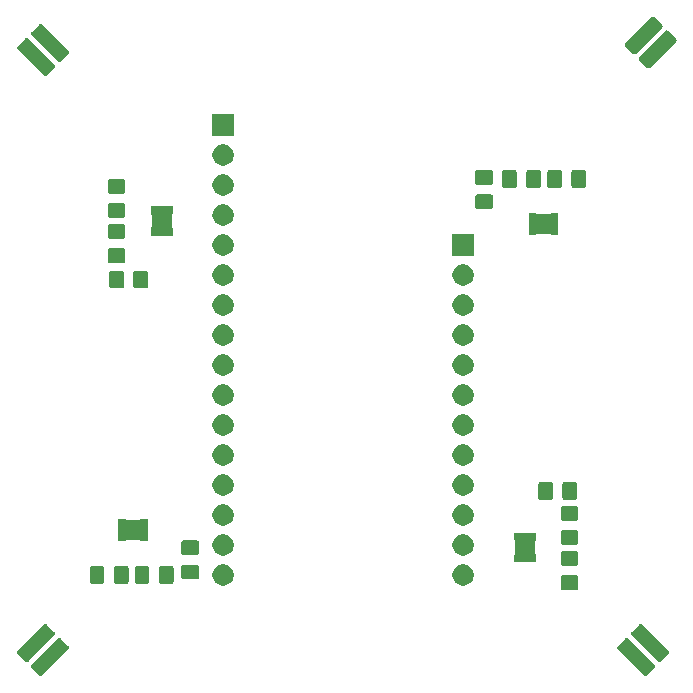
<source format=gbr>
G04 #@! TF.GenerationSoftware,KiCad,Pcbnew,(5.1.5)-3*
G04 #@! TF.CreationDate,2019-12-26T08:27:47-08:00*
G04 #@! TF.ProjectId,featherwing_copter,66656174-6865-4727-9769-6e675f636f70,rev?*
G04 #@! TF.SameCoordinates,Original*
G04 #@! TF.FileFunction,Soldermask,Bot*
G04 #@! TF.FilePolarity,Negative*
%FSLAX46Y46*%
G04 Gerber Fmt 4.6, Leading zero omitted, Abs format (unit mm)*
G04 Created by KiCad (PCBNEW (5.1.5)-3) date 2019-12-26 08:27:47*
%MOMM*%
%LPD*%
G04 APERTURE LIST*
%ADD10C,0.100000*%
G04 APERTURE END LIST*
D10*
G36*
X128417735Y-100589803D02*
G01*
X128455124Y-100601145D01*
X128489578Y-100619560D01*
X128524541Y-100648254D01*
X129136150Y-101259863D01*
X129164844Y-101294826D01*
X129183259Y-101329280D01*
X129194601Y-101366669D01*
X129198430Y-101405546D01*
X129194601Y-101444423D01*
X129183259Y-101481812D01*
X129164844Y-101516266D01*
X129136150Y-101551229D01*
X126951229Y-103736150D01*
X126916266Y-103764844D01*
X126881812Y-103783259D01*
X126844423Y-103794601D01*
X126805546Y-103798430D01*
X126766669Y-103794601D01*
X126729280Y-103783259D01*
X126694826Y-103764844D01*
X126659863Y-103736150D01*
X126048254Y-103124541D01*
X126019560Y-103089578D01*
X126001145Y-103055124D01*
X125989803Y-103017735D01*
X125985974Y-102978858D01*
X125989803Y-102939981D01*
X126001145Y-102902592D01*
X126019560Y-102868138D01*
X126048254Y-102833175D01*
X128233175Y-100648254D01*
X128268138Y-100619560D01*
X128302592Y-100601145D01*
X128339981Y-100589803D01*
X128378858Y-100585974D01*
X128417735Y-100589803D01*
G37*
G36*
X176460019Y-100589803D02*
G01*
X176497408Y-100601145D01*
X176531862Y-100619560D01*
X176566825Y-100648254D01*
X178751746Y-102833175D01*
X178780440Y-102868138D01*
X178798855Y-102902592D01*
X178810197Y-102939981D01*
X178814026Y-102978858D01*
X178810197Y-103017735D01*
X178798855Y-103055124D01*
X178780440Y-103089578D01*
X178751746Y-103124541D01*
X178140137Y-103736150D01*
X178105174Y-103764844D01*
X178070720Y-103783259D01*
X178033331Y-103794601D01*
X177994454Y-103798430D01*
X177955577Y-103794601D01*
X177918188Y-103783259D01*
X177883734Y-103764844D01*
X177848771Y-103736150D01*
X175663850Y-101551229D01*
X175635156Y-101516266D01*
X175616741Y-101481812D01*
X175605399Y-101444423D01*
X175601570Y-101405546D01*
X175605399Y-101366669D01*
X175616741Y-101329280D01*
X175635156Y-101294826D01*
X175663850Y-101259863D01*
X176275459Y-100648254D01*
X176310422Y-100619560D01*
X176344876Y-100601145D01*
X176382265Y-100589803D01*
X176421142Y-100585974D01*
X176460019Y-100589803D01*
G37*
G36*
X127233331Y-99405399D02*
G01*
X127270720Y-99416741D01*
X127305174Y-99435156D01*
X127340137Y-99463850D01*
X127951746Y-100075459D01*
X127980440Y-100110422D01*
X127998855Y-100144876D01*
X128010197Y-100182265D01*
X128014026Y-100221142D01*
X128010197Y-100260019D01*
X127998855Y-100297408D01*
X127980440Y-100331862D01*
X127951746Y-100366825D01*
X125766825Y-102551746D01*
X125731862Y-102580440D01*
X125697408Y-102598855D01*
X125660019Y-102610197D01*
X125621142Y-102614026D01*
X125582265Y-102610197D01*
X125544876Y-102598855D01*
X125510422Y-102580440D01*
X125475459Y-102551746D01*
X124863850Y-101940137D01*
X124835156Y-101905174D01*
X124816741Y-101870720D01*
X124805399Y-101833331D01*
X124801570Y-101794454D01*
X124805399Y-101755577D01*
X124816741Y-101718188D01*
X124835156Y-101683734D01*
X124863850Y-101648771D01*
X127048771Y-99463850D01*
X127083734Y-99435156D01*
X127118188Y-99416741D01*
X127155577Y-99405399D01*
X127194454Y-99401570D01*
X127233331Y-99405399D01*
G37*
G36*
X177644423Y-99405399D02*
G01*
X177681812Y-99416741D01*
X177716266Y-99435156D01*
X177751229Y-99463850D01*
X179936150Y-101648771D01*
X179964844Y-101683734D01*
X179983259Y-101718188D01*
X179994601Y-101755577D01*
X179998430Y-101794454D01*
X179994601Y-101833331D01*
X179983259Y-101870720D01*
X179964844Y-101905174D01*
X179936150Y-101940137D01*
X179324541Y-102551746D01*
X179289578Y-102580440D01*
X179255124Y-102598855D01*
X179217735Y-102610197D01*
X179178858Y-102614026D01*
X179139981Y-102610197D01*
X179102592Y-102598855D01*
X179068138Y-102580440D01*
X179033175Y-102551746D01*
X176848254Y-100366825D01*
X176819560Y-100331862D01*
X176801145Y-100297408D01*
X176789803Y-100260019D01*
X176785974Y-100221142D01*
X176789803Y-100182265D01*
X176801145Y-100144876D01*
X176819560Y-100110422D01*
X176848254Y-100075459D01*
X177459863Y-99463850D01*
X177494826Y-99435156D01*
X177529280Y-99416741D01*
X177566669Y-99405399D01*
X177605546Y-99401570D01*
X177644423Y-99405399D01*
G37*
G36*
X172165674Y-95281465D02*
G01*
X172203367Y-95292899D01*
X172238103Y-95311466D01*
X172268548Y-95336452D01*
X172293534Y-95366897D01*
X172312101Y-95401633D01*
X172323535Y-95439326D01*
X172328000Y-95484661D01*
X172328000Y-96321339D01*
X172323535Y-96366674D01*
X172312101Y-96404367D01*
X172293534Y-96439103D01*
X172268548Y-96469548D01*
X172238103Y-96494534D01*
X172203367Y-96513101D01*
X172165674Y-96524535D01*
X172120339Y-96529000D01*
X171033661Y-96529000D01*
X170988326Y-96524535D01*
X170950633Y-96513101D01*
X170915897Y-96494534D01*
X170885452Y-96469548D01*
X170860466Y-96439103D01*
X170841899Y-96404367D01*
X170830465Y-96366674D01*
X170826000Y-96321339D01*
X170826000Y-95484661D01*
X170830465Y-95439326D01*
X170841899Y-95401633D01*
X170860466Y-95366897D01*
X170885452Y-95336452D01*
X170915897Y-95311466D01*
X170950633Y-95292899D01*
X170988326Y-95281465D01*
X171033661Y-95277000D01*
X172120339Y-95277000D01*
X172165674Y-95281465D01*
G37*
G36*
X162673512Y-94353927D02*
G01*
X162822812Y-94383624D01*
X162986784Y-94451544D01*
X163134354Y-94550147D01*
X163259853Y-94675646D01*
X163358456Y-94823216D01*
X163426376Y-94987188D01*
X163461000Y-95161259D01*
X163461000Y-95338741D01*
X163426376Y-95512812D01*
X163358456Y-95676784D01*
X163259853Y-95824354D01*
X163134354Y-95949853D01*
X162986784Y-96048456D01*
X162822812Y-96116376D01*
X162673512Y-96146073D01*
X162648742Y-96151000D01*
X162471258Y-96151000D01*
X162446488Y-96146073D01*
X162297188Y-96116376D01*
X162133216Y-96048456D01*
X161985646Y-95949853D01*
X161860147Y-95824354D01*
X161761544Y-95676784D01*
X161693624Y-95512812D01*
X161659000Y-95338741D01*
X161659000Y-95161259D01*
X161693624Y-94987188D01*
X161761544Y-94823216D01*
X161860147Y-94675646D01*
X161985646Y-94550147D01*
X162133216Y-94451544D01*
X162297188Y-94383624D01*
X162446488Y-94353927D01*
X162471258Y-94349000D01*
X162648742Y-94349000D01*
X162673512Y-94353927D01*
G37*
G36*
X142353512Y-94353927D02*
G01*
X142502812Y-94383624D01*
X142666784Y-94451544D01*
X142814354Y-94550147D01*
X142939853Y-94675646D01*
X143038456Y-94823216D01*
X143106376Y-94987188D01*
X143141000Y-95161259D01*
X143141000Y-95338741D01*
X143106376Y-95512812D01*
X143038456Y-95676784D01*
X142939853Y-95824354D01*
X142814354Y-95949853D01*
X142666784Y-96048456D01*
X142502812Y-96116376D01*
X142353512Y-96146073D01*
X142328742Y-96151000D01*
X142151258Y-96151000D01*
X142126488Y-96146073D01*
X141977188Y-96116376D01*
X141813216Y-96048456D01*
X141665646Y-95949853D01*
X141540147Y-95824354D01*
X141441544Y-95676784D01*
X141373624Y-95512812D01*
X141339000Y-95338741D01*
X141339000Y-95161259D01*
X141373624Y-94987188D01*
X141441544Y-94823216D01*
X141540147Y-94675646D01*
X141665646Y-94550147D01*
X141813216Y-94451544D01*
X141977188Y-94383624D01*
X142126488Y-94353927D01*
X142151258Y-94349000D01*
X142328742Y-94349000D01*
X142353512Y-94353927D01*
G37*
G36*
X137895674Y-94503465D02*
G01*
X137933367Y-94514899D01*
X137968103Y-94533466D01*
X137998548Y-94558452D01*
X138023534Y-94588897D01*
X138042101Y-94623633D01*
X138053535Y-94661326D01*
X138058000Y-94706661D01*
X138058000Y-95793339D01*
X138053535Y-95838674D01*
X138042101Y-95876367D01*
X138023534Y-95911103D01*
X137998548Y-95941548D01*
X137968103Y-95966534D01*
X137933367Y-95985101D01*
X137895674Y-95996535D01*
X137850339Y-96001000D01*
X137013661Y-96001000D01*
X136968326Y-95996535D01*
X136930633Y-95985101D01*
X136895897Y-95966534D01*
X136865452Y-95941548D01*
X136840466Y-95911103D01*
X136821899Y-95876367D01*
X136810465Y-95838674D01*
X136806000Y-95793339D01*
X136806000Y-94706661D01*
X136810465Y-94661326D01*
X136821899Y-94623633D01*
X136840466Y-94588897D01*
X136865452Y-94558452D01*
X136895897Y-94533466D01*
X136930633Y-94514899D01*
X136968326Y-94503465D01*
X137013661Y-94499000D01*
X137850339Y-94499000D01*
X137895674Y-94503465D01*
G37*
G36*
X135845674Y-94503465D02*
G01*
X135883367Y-94514899D01*
X135918103Y-94533466D01*
X135948548Y-94558452D01*
X135973534Y-94588897D01*
X135992101Y-94623633D01*
X136003535Y-94661326D01*
X136008000Y-94706661D01*
X136008000Y-95793339D01*
X136003535Y-95838674D01*
X135992101Y-95876367D01*
X135973534Y-95911103D01*
X135948548Y-95941548D01*
X135918103Y-95966534D01*
X135883367Y-95985101D01*
X135845674Y-95996535D01*
X135800339Y-96001000D01*
X134963661Y-96001000D01*
X134918326Y-95996535D01*
X134880633Y-95985101D01*
X134845897Y-95966534D01*
X134815452Y-95941548D01*
X134790466Y-95911103D01*
X134771899Y-95876367D01*
X134760465Y-95838674D01*
X134756000Y-95793339D01*
X134756000Y-94706661D01*
X134760465Y-94661326D01*
X134771899Y-94623633D01*
X134790466Y-94588897D01*
X134815452Y-94558452D01*
X134845897Y-94533466D01*
X134880633Y-94514899D01*
X134918326Y-94503465D01*
X134963661Y-94499000D01*
X135800339Y-94499000D01*
X135845674Y-94503465D01*
G37*
G36*
X134076674Y-94503465D02*
G01*
X134114367Y-94514899D01*
X134149103Y-94533466D01*
X134179548Y-94558452D01*
X134204534Y-94588897D01*
X134223101Y-94623633D01*
X134234535Y-94661326D01*
X134239000Y-94706661D01*
X134239000Y-95793339D01*
X134234535Y-95838674D01*
X134223101Y-95876367D01*
X134204534Y-95911103D01*
X134179548Y-95941548D01*
X134149103Y-95966534D01*
X134114367Y-95985101D01*
X134076674Y-95996535D01*
X134031339Y-96001000D01*
X133194661Y-96001000D01*
X133149326Y-95996535D01*
X133111633Y-95985101D01*
X133076897Y-95966534D01*
X133046452Y-95941548D01*
X133021466Y-95911103D01*
X133002899Y-95876367D01*
X132991465Y-95838674D01*
X132987000Y-95793339D01*
X132987000Y-94706661D01*
X132991465Y-94661326D01*
X133002899Y-94623633D01*
X133021466Y-94588897D01*
X133046452Y-94558452D01*
X133076897Y-94533466D01*
X133111633Y-94514899D01*
X133149326Y-94503465D01*
X133194661Y-94499000D01*
X134031339Y-94499000D01*
X134076674Y-94503465D01*
G37*
G36*
X132026674Y-94503465D02*
G01*
X132064367Y-94514899D01*
X132099103Y-94533466D01*
X132129548Y-94558452D01*
X132154534Y-94588897D01*
X132173101Y-94623633D01*
X132184535Y-94661326D01*
X132189000Y-94706661D01*
X132189000Y-95793339D01*
X132184535Y-95838674D01*
X132173101Y-95876367D01*
X132154534Y-95911103D01*
X132129548Y-95941548D01*
X132099103Y-95966534D01*
X132064367Y-95985101D01*
X132026674Y-95996535D01*
X131981339Y-96001000D01*
X131144661Y-96001000D01*
X131099326Y-95996535D01*
X131061633Y-95985101D01*
X131026897Y-95966534D01*
X130996452Y-95941548D01*
X130971466Y-95911103D01*
X130952899Y-95876367D01*
X130941465Y-95838674D01*
X130937000Y-95793339D01*
X130937000Y-94706661D01*
X130941465Y-94661326D01*
X130952899Y-94623633D01*
X130971466Y-94588897D01*
X130996452Y-94558452D01*
X131026897Y-94533466D01*
X131061633Y-94514899D01*
X131099326Y-94503465D01*
X131144661Y-94499000D01*
X131981339Y-94499000D01*
X132026674Y-94503465D01*
G37*
G36*
X140034674Y-94374465D02*
G01*
X140072367Y-94385899D01*
X140107103Y-94404466D01*
X140137548Y-94429452D01*
X140162534Y-94459897D01*
X140181101Y-94494633D01*
X140192535Y-94532326D01*
X140197000Y-94577661D01*
X140197000Y-95414339D01*
X140192535Y-95459674D01*
X140181101Y-95497367D01*
X140162534Y-95532103D01*
X140137548Y-95562548D01*
X140107103Y-95587534D01*
X140072367Y-95606101D01*
X140034674Y-95617535D01*
X139989339Y-95622000D01*
X138902661Y-95622000D01*
X138857326Y-95617535D01*
X138819633Y-95606101D01*
X138784897Y-95587534D01*
X138754452Y-95562548D01*
X138729466Y-95532103D01*
X138710899Y-95497367D01*
X138699465Y-95459674D01*
X138695000Y-95414339D01*
X138695000Y-94577661D01*
X138699465Y-94532326D01*
X138710899Y-94494633D01*
X138729466Y-94459897D01*
X138754452Y-94429452D01*
X138784897Y-94404466D01*
X138819633Y-94385899D01*
X138857326Y-94374465D01*
X138902661Y-94370000D01*
X139989339Y-94370000D01*
X140034674Y-94374465D01*
G37*
G36*
X172165674Y-93231465D02*
G01*
X172203367Y-93242899D01*
X172238103Y-93261466D01*
X172268548Y-93286452D01*
X172293534Y-93316897D01*
X172312101Y-93351633D01*
X172323535Y-93389326D01*
X172328000Y-93434661D01*
X172328000Y-94271339D01*
X172323535Y-94316674D01*
X172312101Y-94354367D01*
X172293534Y-94389103D01*
X172268548Y-94419548D01*
X172238103Y-94444534D01*
X172203367Y-94463101D01*
X172165674Y-94474535D01*
X172120339Y-94479000D01*
X171033661Y-94479000D01*
X170988326Y-94474535D01*
X170950633Y-94463101D01*
X170915897Y-94444534D01*
X170885452Y-94419548D01*
X170860466Y-94389103D01*
X170841899Y-94354367D01*
X170830465Y-94316674D01*
X170826000Y-94271339D01*
X170826000Y-93434661D01*
X170830465Y-93389326D01*
X170841899Y-93351633D01*
X170860466Y-93316897D01*
X170885452Y-93286452D01*
X170915897Y-93261466D01*
X170950633Y-93242899D01*
X170988326Y-93231465D01*
X171033661Y-93227000D01*
X172120339Y-93227000D01*
X172165674Y-93231465D01*
G37*
G36*
X168761000Y-92286672D02*
G01*
X168741553Y-92297066D01*
X168722611Y-92312611D01*
X168707066Y-92331553D01*
X168695515Y-92353164D01*
X168688402Y-92376613D01*
X168686000Y-92400999D01*
X168686000Y-93449001D01*
X168688402Y-93473387D01*
X168695515Y-93496836D01*
X168707066Y-93518447D01*
X168722611Y-93537389D01*
X168741553Y-93552934D01*
X168761000Y-93563328D01*
X168761000Y-94176000D01*
X166909000Y-94176000D01*
X166909000Y-93563328D01*
X166928447Y-93552934D01*
X166947389Y-93537389D01*
X166962934Y-93518447D01*
X166974485Y-93496836D01*
X166981598Y-93473387D01*
X166984000Y-93449001D01*
X166984000Y-92400999D01*
X166981598Y-92376613D01*
X166974485Y-92353164D01*
X166962934Y-92331553D01*
X166947389Y-92312611D01*
X166928447Y-92297066D01*
X166909000Y-92286672D01*
X166909000Y-91674000D01*
X168761000Y-91674000D01*
X168761000Y-92286672D01*
G37*
G36*
X162673512Y-91813927D02*
G01*
X162822812Y-91843624D01*
X162986784Y-91911544D01*
X163134354Y-92010147D01*
X163259853Y-92135646D01*
X163358456Y-92283216D01*
X163426376Y-92447188D01*
X163461000Y-92621259D01*
X163461000Y-92798741D01*
X163426376Y-92972812D01*
X163358456Y-93136784D01*
X163259853Y-93284354D01*
X163134354Y-93409853D01*
X162986784Y-93508456D01*
X162822812Y-93576376D01*
X162673512Y-93606073D01*
X162648742Y-93611000D01*
X162471258Y-93611000D01*
X162446488Y-93606073D01*
X162297188Y-93576376D01*
X162133216Y-93508456D01*
X161985646Y-93409853D01*
X161860147Y-93284354D01*
X161761544Y-93136784D01*
X161693624Y-92972812D01*
X161659000Y-92798741D01*
X161659000Y-92621259D01*
X161693624Y-92447188D01*
X161761544Y-92283216D01*
X161860147Y-92135646D01*
X161985646Y-92010147D01*
X162133216Y-91911544D01*
X162297188Y-91843624D01*
X162446488Y-91813927D01*
X162471258Y-91809000D01*
X162648742Y-91809000D01*
X162673512Y-91813927D01*
G37*
G36*
X142353512Y-91813927D02*
G01*
X142502812Y-91843624D01*
X142666784Y-91911544D01*
X142814354Y-92010147D01*
X142939853Y-92135646D01*
X143038456Y-92283216D01*
X143106376Y-92447188D01*
X143141000Y-92621259D01*
X143141000Y-92798741D01*
X143106376Y-92972812D01*
X143038456Y-93136784D01*
X142939853Y-93284354D01*
X142814354Y-93409853D01*
X142666784Y-93508456D01*
X142502812Y-93576376D01*
X142353512Y-93606073D01*
X142328742Y-93611000D01*
X142151258Y-93611000D01*
X142126488Y-93606073D01*
X141977188Y-93576376D01*
X141813216Y-93508456D01*
X141665646Y-93409853D01*
X141540147Y-93284354D01*
X141441544Y-93136784D01*
X141373624Y-92972812D01*
X141339000Y-92798741D01*
X141339000Y-92621259D01*
X141373624Y-92447188D01*
X141441544Y-92283216D01*
X141540147Y-92135646D01*
X141665646Y-92010147D01*
X141813216Y-91911544D01*
X141977188Y-91843624D01*
X142126488Y-91813927D01*
X142151258Y-91809000D01*
X142328742Y-91809000D01*
X142353512Y-91813927D01*
G37*
G36*
X140034674Y-92324465D02*
G01*
X140072367Y-92335899D01*
X140107103Y-92354466D01*
X140137548Y-92379452D01*
X140162534Y-92409897D01*
X140181101Y-92444633D01*
X140192535Y-92482326D01*
X140197000Y-92527661D01*
X140197000Y-93364339D01*
X140192535Y-93409674D01*
X140181101Y-93447367D01*
X140162534Y-93482103D01*
X140137548Y-93512548D01*
X140107103Y-93537534D01*
X140072367Y-93556101D01*
X140034674Y-93567535D01*
X139989339Y-93572000D01*
X138902661Y-93572000D01*
X138857326Y-93567535D01*
X138819633Y-93556101D01*
X138784897Y-93537534D01*
X138754452Y-93512548D01*
X138729466Y-93482103D01*
X138710899Y-93447367D01*
X138699465Y-93409674D01*
X138695000Y-93364339D01*
X138695000Y-92527661D01*
X138699465Y-92482326D01*
X138710899Y-92444633D01*
X138729466Y-92409897D01*
X138754452Y-92379452D01*
X138784897Y-92354466D01*
X138819633Y-92335899D01*
X138857326Y-92324465D01*
X138902661Y-92320000D01*
X139989339Y-92320000D01*
X140034674Y-92324465D01*
G37*
G36*
X172165674Y-91453465D02*
G01*
X172203367Y-91464899D01*
X172238103Y-91483466D01*
X172268548Y-91508452D01*
X172293534Y-91538897D01*
X172312101Y-91573633D01*
X172323535Y-91611326D01*
X172328000Y-91656661D01*
X172328000Y-92493339D01*
X172323535Y-92538674D01*
X172312101Y-92576367D01*
X172293534Y-92611103D01*
X172268548Y-92641548D01*
X172238103Y-92666534D01*
X172203367Y-92685101D01*
X172165674Y-92696535D01*
X172120339Y-92701000D01*
X171033661Y-92701000D01*
X170988326Y-92696535D01*
X170950633Y-92685101D01*
X170915897Y-92666534D01*
X170885452Y-92641548D01*
X170860466Y-92611103D01*
X170841899Y-92576367D01*
X170830465Y-92538674D01*
X170826000Y-92493339D01*
X170826000Y-91656661D01*
X170830465Y-91611326D01*
X170841899Y-91573633D01*
X170860466Y-91538897D01*
X170885452Y-91508452D01*
X170915897Y-91483466D01*
X170950633Y-91464899D01*
X170988326Y-91453465D01*
X171033661Y-91449000D01*
X172120339Y-91449000D01*
X172165674Y-91453465D01*
G37*
G36*
X133992066Y-90533447D02*
G01*
X134007611Y-90552389D01*
X134026553Y-90567934D01*
X134048164Y-90579485D01*
X134071613Y-90586598D01*
X134095999Y-90589000D01*
X135144001Y-90589000D01*
X135168387Y-90586598D01*
X135191836Y-90579485D01*
X135213447Y-90567934D01*
X135232389Y-90552389D01*
X135247934Y-90533447D01*
X135258328Y-90514000D01*
X135871000Y-90514000D01*
X135871000Y-92366000D01*
X135258328Y-92366000D01*
X135247934Y-92346553D01*
X135232389Y-92327611D01*
X135213447Y-92312066D01*
X135191836Y-92300515D01*
X135168387Y-92293402D01*
X135144001Y-92291000D01*
X134095999Y-92291000D01*
X134071613Y-92293402D01*
X134048164Y-92300515D01*
X134026553Y-92312066D01*
X134007611Y-92327611D01*
X133992066Y-92346553D01*
X133981672Y-92366000D01*
X133369000Y-92366000D01*
X133369000Y-90514000D01*
X133981672Y-90514000D01*
X133992066Y-90533447D01*
G37*
G36*
X162673512Y-89273927D02*
G01*
X162822812Y-89303624D01*
X162986784Y-89371544D01*
X163134354Y-89470147D01*
X163259853Y-89595646D01*
X163358456Y-89743216D01*
X163426376Y-89907188D01*
X163461000Y-90081259D01*
X163461000Y-90258741D01*
X163426376Y-90432812D01*
X163358456Y-90596784D01*
X163259853Y-90744354D01*
X163134354Y-90869853D01*
X162986784Y-90968456D01*
X162822812Y-91036376D01*
X162673512Y-91066073D01*
X162648742Y-91071000D01*
X162471258Y-91071000D01*
X162446488Y-91066073D01*
X162297188Y-91036376D01*
X162133216Y-90968456D01*
X161985646Y-90869853D01*
X161860147Y-90744354D01*
X161761544Y-90596784D01*
X161693624Y-90432812D01*
X161659000Y-90258741D01*
X161659000Y-90081259D01*
X161693624Y-89907188D01*
X161761544Y-89743216D01*
X161860147Y-89595646D01*
X161985646Y-89470147D01*
X162133216Y-89371544D01*
X162297188Y-89303624D01*
X162446488Y-89273927D01*
X162471258Y-89269000D01*
X162648742Y-89269000D01*
X162673512Y-89273927D01*
G37*
G36*
X142353512Y-89273927D02*
G01*
X142502812Y-89303624D01*
X142666784Y-89371544D01*
X142814354Y-89470147D01*
X142939853Y-89595646D01*
X143038456Y-89743216D01*
X143106376Y-89907188D01*
X143141000Y-90081259D01*
X143141000Y-90258741D01*
X143106376Y-90432812D01*
X143038456Y-90596784D01*
X142939853Y-90744354D01*
X142814354Y-90869853D01*
X142666784Y-90968456D01*
X142502812Y-91036376D01*
X142353512Y-91066073D01*
X142328742Y-91071000D01*
X142151258Y-91071000D01*
X142126488Y-91066073D01*
X141977188Y-91036376D01*
X141813216Y-90968456D01*
X141665646Y-90869853D01*
X141540147Y-90744354D01*
X141441544Y-90596784D01*
X141373624Y-90432812D01*
X141339000Y-90258741D01*
X141339000Y-90081259D01*
X141373624Y-89907188D01*
X141441544Y-89743216D01*
X141540147Y-89595646D01*
X141665646Y-89470147D01*
X141813216Y-89371544D01*
X141977188Y-89303624D01*
X142126488Y-89273927D01*
X142151258Y-89269000D01*
X142328742Y-89269000D01*
X142353512Y-89273927D01*
G37*
G36*
X172165674Y-89403465D02*
G01*
X172203367Y-89414899D01*
X172238103Y-89433466D01*
X172268548Y-89458452D01*
X172293534Y-89488897D01*
X172312101Y-89523633D01*
X172323535Y-89561326D01*
X172328000Y-89606661D01*
X172328000Y-90443339D01*
X172323535Y-90488674D01*
X172312101Y-90526367D01*
X172293534Y-90561103D01*
X172268548Y-90591548D01*
X172238103Y-90616534D01*
X172203367Y-90635101D01*
X172165674Y-90646535D01*
X172120339Y-90651000D01*
X171033661Y-90651000D01*
X170988326Y-90646535D01*
X170950633Y-90635101D01*
X170915897Y-90616534D01*
X170885452Y-90591548D01*
X170860466Y-90561103D01*
X170841899Y-90526367D01*
X170830465Y-90488674D01*
X170826000Y-90443339D01*
X170826000Y-89606661D01*
X170830465Y-89561326D01*
X170841899Y-89523633D01*
X170860466Y-89488897D01*
X170885452Y-89458452D01*
X170915897Y-89433466D01*
X170950633Y-89414899D01*
X170988326Y-89403465D01*
X171033661Y-89399000D01*
X172120339Y-89399000D01*
X172165674Y-89403465D01*
G37*
G36*
X170008674Y-87391465D02*
G01*
X170046367Y-87402899D01*
X170081103Y-87421466D01*
X170111548Y-87446452D01*
X170136534Y-87476897D01*
X170155101Y-87511633D01*
X170166535Y-87549326D01*
X170171000Y-87594661D01*
X170171000Y-88681339D01*
X170166535Y-88726674D01*
X170155101Y-88764367D01*
X170136534Y-88799103D01*
X170111548Y-88829548D01*
X170081103Y-88854534D01*
X170046367Y-88873101D01*
X170008674Y-88884535D01*
X169963339Y-88889000D01*
X169126661Y-88889000D01*
X169081326Y-88884535D01*
X169043633Y-88873101D01*
X169008897Y-88854534D01*
X168978452Y-88829548D01*
X168953466Y-88799103D01*
X168934899Y-88764367D01*
X168923465Y-88726674D01*
X168919000Y-88681339D01*
X168919000Y-87594661D01*
X168923465Y-87549326D01*
X168934899Y-87511633D01*
X168953466Y-87476897D01*
X168978452Y-87446452D01*
X169008897Y-87421466D01*
X169043633Y-87402899D01*
X169081326Y-87391465D01*
X169126661Y-87387000D01*
X169963339Y-87387000D01*
X170008674Y-87391465D01*
G37*
G36*
X172058674Y-87391465D02*
G01*
X172096367Y-87402899D01*
X172131103Y-87421466D01*
X172161548Y-87446452D01*
X172186534Y-87476897D01*
X172205101Y-87511633D01*
X172216535Y-87549326D01*
X172221000Y-87594661D01*
X172221000Y-88681339D01*
X172216535Y-88726674D01*
X172205101Y-88764367D01*
X172186534Y-88799103D01*
X172161548Y-88829548D01*
X172131103Y-88854534D01*
X172096367Y-88873101D01*
X172058674Y-88884535D01*
X172013339Y-88889000D01*
X171176661Y-88889000D01*
X171131326Y-88884535D01*
X171093633Y-88873101D01*
X171058897Y-88854534D01*
X171028452Y-88829548D01*
X171003466Y-88799103D01*
X170984899Y-88764367D01*
X170973465Y-88726674D01*
X170969000Y-88681339D01*
X170969000Y-87594661D01*
X170973465Y-87549326D01*
X170984899Y-87511633D01*
X171003466Y-87476897D01*
X171028452Y-87446452D01*
X171058897Y-87421466D01*
X171093633Y-87402899D01*
X171131326Y-87391465D01*
X171176661Y-87387000D01*
X172013339Y-87387000D01*
X172058674Y-87391465D01*
G37*
G36*
X142353512Y-86733927D02*
G01*
X142502812Y-86763624D01*
X142666784Y-86831544D01*
X142814354Y-86930147D01*
X142939853Y-87055646D01*
X143038456Y-87203216D01*
X143106376Y-87367188D01*
X143141000Y-87541259D01*
X143141000Y-87718741D01*
X143106376Y-87892812D01*
X143038456Y-88056784D01*
X142939853Y-88204354D01*
X142814354Y-88329853D01*
X142666784Y-88428456D01*
X142502812Y-88496376D01*
X142353512Y-88526073D01*
X142328742Y-88531000D01*
X142151258Y-88531000D01*
X142126488Y-88526073D01*
X141977188Y-88496376D01*
X141813216Y-88428456D01*
X141665646Y-88329853D01*
X141540147Y-88204354D01*
X141441544Y-88056784D01*
X141373624Y-87892812D01*
X141339000Y-87718741D01*
X141339000Y-87541259D01*
X141373624Y-87367188D01*
X141441544Y-87203216D01*
X141540147Y-87055646D01*
X141665646Y-86930147D01*
X141813216Y-86831544D01*
X141977188Y-86763624D01*
X142126488Y-86733927D01*
X142151258Y-86729000D01*
X142328742Y-86729000D01*
X142353512Y-86733927D01*
G37*
G36*
X162673512Y-86733927D02*
G01*
X162822812Y-86763624D01*
X162986784Y-86831544D01*
X163134354Y-86930147D01*
X163259853Y-87055646D01*
X163358456Y-87203216D01*
X163426376Y-87367188D01*
X163461000Y-87541259D01*
X163461000Y-87718741D01*
X163426376Y-87892812D01*
X163358456Y-88056784D01*
X163259853Y-88204354D01*
X163134354Y-88329853D01*
X162986784Y-88428456D01*
X162822812Y-88496376D01*
X162673512Y-88526073D01*
X162648742Y-88531000D01*
X162471258Y-88531000D01*
X162446488Y-88526073D01*
X162297188Y-88496376D01*
X162133216Y-88428456D01*
X161985646Y-88329853D01*
X161860147Y-88204354D01*
X161761544Y-88056784D01*
X161693624Y-87892812D01*
X161659000Y-87718741D01*
X161659000Y-87541259D01*
X161693624Y-87367188D01*
X161761544Y-87203216D01*
X161860147Y-87055646D01*
X161985646Y-86930147D01*
X162133216Y-86831544D01*
X162297188Y-86763624D01*
X162446488Y-86733927D01*
X162471258Y-86729000D01*
X162648742Y-86729000D01*
X162673512Y-86733927D01*
G37*
G36*
X162673512Y-84193927D02*
G01*
X162822812Y-84223624D01*
X162986784Y-84291544D01*
X163134354Y-84390147D01*
X163259853Y-84515646D01*
X163358456Y-84663216D01*
X163426376Y-84827188D01*
X163461000Y-85001259D01*
X163461000Y-85178741D01*
X163426376Y-85352812D01*
X163358456Y-85516784D01*
X163259853Y-85664354D01*
X163134354Y-85789853D01*
X162986784Y-85888456D01*
X162822812Y-85956376D01*
X162673512Y-85986073D01*
X162648742Y-85991000D01*
X162471258Y-85991000D01*
X162446488Y-85986073D01*
X162297188Y-85956376D01*
X162133216Y-85888456D01*
X161985646Y-85789853D01*
X161860147Y-85664354D01*
X161761544Y-85516784D01*
X161693624Y-85352812D01*
X161659000Y-85178741D01*
X161659000Y-85001259D01*
X161693624Y-84827188D01*
X161761544Y-84663216D01*
X161860147Y-84515646D01*
X161985646Y-84390147D01*
X162133216Y-84291544D01*
X162297188Y-84223624D01*
X162446488Y-84193927D01*
X162471258Y-84189000D01*
X162648742Y-84189000D01*
X162673512Y-84193927D01*
G37*
G36*
X142353512Y-84193927D02*
G01*
X142502812Y-84223624D01*
X142666784Y-84291544D01*
X142814354Y-84390147D01*
X142939853Y-84515646D01*
X143038456Y-84663216D01*
X143106376Y-84827188D01*
X143141000Y-85001259D01*
X143141000Y-85178741D01*
X143106376Y-85352812D01*
X143038456Y-85516784D01*
X142939853Y-85664354D01*
X142814354Y-85789853D01*
X142666784Y-85888456D01*
X142502812Y-85956376D01*
X142353512Y-85986073D01*
X142328742Y-85991000D01*
X142151258Y-85991000D01*
X142126488Y-85986073D01*
X141977188Y-85956376D01*
X141813216Y-85888456D01*
X141665646Y-85789853D01*
X141540147Y-85664354D01*
X141441544Y-85516784D01*
X141373624Y-85352812D01*
X141339000Y-85178741D01*
X141339000Y-85001259D01*
X141373624Y-84827188D01*
X141441544Y-84663216D01*
X141540147Y-84515646D01*
X141665646Y-84390147D01*
X141813216Y-84291544D01*
X141977188Y-84223624D01*
X142126488Y-84193927D01*
X142151258Y-84189000D01*
X142328742Y-84189000D01*
X142353512Y-84193927D01*
G37*
G36*
X162673512Y-81653927D02*
G01*
X162822812Y-81683624D01*
X162986784Y-81751544D01*
X163134354Y-81850147D01*
X163259853Y-81975646D01*
X163358456Y-82123216D01*
X163426376Y-82287188D01*
X163461000Y-82461259D01*
X163461000Y-82638741D01*
X163426376Y-82812812D01*
X163358456Y-82976784D01*
X163259853Y-83124354D01*
X163134354Y-83249853D01*
X162986784Y-83348456D01*
X162822812Y-83416376D01*
X162673512Y-83446073D01*
X162648742Y-83451000D01*
X162471258Y-83451000D01*
X162446488Y-83446073D01*
X162297188Y-83416376D01*
X162133216Y-83348456D01*
X161985646Y-83249853D01*
X161860147Y-83124354D01*
X161761544Y-82976784D01*
X161693624Y-82812812D01*
X161659000Y-82638741D01*
X161659000Y-82461259D01*
X161693624Y-82287188D01*
X161761544Y-82123216D01*
X161860147Y-81975646D01*
X161985646Y-81850147D01*
X162133216Y-81751544D01*
X162297188Y-81683624D01*
X162446488Y-81653927D01*
X162471258Y-81649000D01*
X162648742Y-81649000D01*
X162673512Y-81653927D01*
G37*
G36*
X142353512Y-81653927D02*
G01*
X142502812Y-81683624D01*
X142666784Y-81751544D01*
X142814354Y-81850147D01*
X142939853Y-81975646D01*
X143038456Y-82123216D01*
X143106376Y-82287188D01*
X143141000Y-82461259D01*
X143141000Y-82638741D01*
X143106376Y-82812812D01*
X143038456Y-82976784D01*
X142939853Y-83124354D01*
X142814354Y-83249853D01*
X142666784Y-83348456D01*
X142502812Y-83416376D01*
X142353512Y-83446073D01*
X142328742Y-83451000D01*
X142151258Y-83451000D01*
X142126488Y-83446073D01*
X141977188Y-83416376D01*
X141813216Y-83348456D01*
X141665646Y-83249853D01*
X141540147Y-83124354D01*
X141441544Y-82976784D01*
X141373624Y-82812812D01*
X141339000Y-82638741D01*
X141339000Y-82461259D01*
X141373624Y-82287188D01*
X141441544Y-82123216D01*
X141540147Y-81975646D01*
X141665646Y-81850147D01*
X141813216Y-81751544D01*
X141977188Y-81683624D01*
X142126488Y-81653927D01*
X142151258Y-81649000D01*
X142328742Y-81649000D01*
X142353512Y-81653927D01*
G37*
G36*
X162673512Y-79113927D02*
G01*
X162822812Y-79143624D01*
X162986784Y-79211544D01*
X163134354Y-79310147D01*
X163259853Y-79435646D01*
X163358456Y-79583216D01*
X163426376Y-79747188D01*
X163461000Y-79921259D01*
X163461000Y-80098741D01*
X163426376Y-80272812D01*
X163358456Y-80436784D01*
X163259853Y-80584354D01*
X163134354Y-80709853D01*
X162986784Y-80808456D01*
X162822812Y-80876376D01*
X162673512Y-80906073D01*
X162648742Y-80911000D01*
X162471258Y-80911000D01*
X162446488Y-80906073D01*
X162297188Y-80876376D01*
X162133216Y-80808456D01*
X161985646Y-80709853D01*
X161860147Y-80584354D01*
X161761544Y-80436784D01*
X161693624Y-80272812D01*
X161659000Y-80098741D01*
X161659000Y-79921259D01*
X161693624Y-79747188D01*
X161761544Y-79583216D01*
X161860147Y-79435646D01*
X161985646Y-79310147D01*
X162133216Y-79211544D01*
X162297188Y-79143624D01*
X162446488Y-79113927D01*
X162471258Y-79109000D01*
X162648742Y-79109000D01*
X162673512Y-79113927D01*
G37*
G36*
X142353512Y-79113927D02*
G01*
X142502812Y-79143624D01*
X142666784Y-79211544D01*
X142814354Y-79310147D01*
X142939853Y-79435646D01*
X143038456Y-79583216D01*
X143106376Y-79747188D01*
X143141000Y-79921259D01*
X143141000Y-80098741D01*
X143106376Y-80272812D01*
X143038456Y-80436784D01*
X142939853Y-80584354D01*
X142814354Y-80709853D01*
X142666784Y-80808456D01*
X142502812Y-80876376D01*
X142353512Y-80906073D01*
X142328742Y-80911000D01*
X142151258Y-80911000D01*
X142126488Y-80906073D01*
X141977188Y-80876376D01*
X141813216Y-80808456D01*
X141665646Y-80709853D01*
X141540147Y-80584354D01*
X141441544Y-80436784D01*
X141373624Y-80272812D01*
X141339000Y-80098741D01*
X141339000Y-79921259D01*
X141373624Y-79747188D01*
X141441544Y-79583216D01*
X141540147Y-79435646D01*
X141665646Y-79310147D01*
X141813216Y-79211544D01*
X141977188Y-79143624D01*
X142126488Y-79113927D01*
X142151258Y-79109000D01*
X142328742Y-79109000D01*
X142353512Y-79113927D01*
G37*
G36*
X162673512Y-76573927D02*
G01*
X162822812Y-76603624D01*
X162986784Y-76671544D01*
X163134354Y-76770147D01*
X163259853Y-76895646D01*
X163358456Y-77043216D01*
X163426376Y-77207188D01*
X163461000Y-77381259D01*
X163461000Y-77558741D01*
X163426376Y-77732812D01*
X163358456Y-77896784D01*
X163259853Y-78044354D01*
X163134354Y-78169853D01*
X162986784Y-78268456D01*
X162822812Y-78336376D01*
X162673512Y-78366073D01*
X162648742Y-78371000D01*
X162471258Y-78371000D01*
X162446488Y-78366073D01*
X162297188Y-78336376D01*
X162133216Y-78268456D01*
X161985646Y-78169853D01*
X161860147Y-78044354D01*
X161761544Y-77896784D01*
X161693624Y-77732812D01*
X161659000Y-77558741D01*
X161659000Y-77381259D01*
X161693624Y-77207188D01*
X161761544Y-77043216D01*
X161860147Y-76895646D01*
X161985646Y-76770147D01*
X162133216Y-76671544D01*
X162297188Y-76603624D01*
X162446488Y-76573927D01*
X162471258Y-76569000D01*
X162648742Y-76569000D01*
X162673512Y-76573927D01*
G37*
G36*
X142353512Y-76573927D02*
G01*
X142502812Y-76603624D01*
X142666784Y-76671544D01*
X142814354Y-76770147D01*
X142939853Y-76895646D01*
X143038456Y-77043216D01*
X143106376Y-77207188D01*
X143141000Y-77381259D01*
X143141000Y-77558741D01*
X143106376Y-77732812D01*
X143038456Y-77896784D01*
X142939853Y-78044354D01*
X142814354Y-78169853D01*
X142666784Y-78268456D01*
X142502812Y-78336376D01*
X142353512Y-78366073D01*
X142328742Y-78371000D01*
X142151258Y-78371000D01*
X142126488Y-78366073D01*
X141977188Y-78336376D01*
X141813216Y-78268456D01*
X141665646Y-78169853D01*
X141540147Y-78044354D01*
X141441544Y-77896784D01*
X141373624Y-77732812D01*
X141339000Y-77558741D01*
X141339000Y-77381259D01*
X141373624Y-77207188D01*
X141441544Y-77043216D01*
X141540147Y-76895646D01*
X141665646Y-76770147D01*
X141813216Y-76671544D01*
X141977188Y-76603624D01*
X142126488Y-76573927D01*
X142151258Y-76569000D01*
X142328742Y-76569000D01*
X142353512Y-76573927D01*
G37*
G36*
X162673512Y-74033927D02*
G01*
X162822812Y-74063624D01*
X162986784Y-74131544D01*
X163134354Y-74230147D01*
X163259853Y-74355646D01*
X163358456Y-74503216D01*
X163426376Y-74667188D01*
X163461000Y-74841259D01*
X163461000Y-75018741D01*
X163426376Y-75192812D01*
X163358456Y-75356784D01*
X163259853Y-75504354D01*
X163134354Y-75629853D01*
X162986784Y-75728456D01*
X162822812Y-75796376D01*
X162673512Y-75826073D01*
X162648742Y-75831000D01*
X162471258Y-75831000D01*
X162446488Y-75826073D01*
X162297188Y-75796376D01*
X162133216Y-75728456D01*
X161985646Y-75629853D01*
X161860147Y-75504354D01*
X161761544Y-75356784D01*
X161693624Y-75192812D01*
X161659000Y-75018741D01*
X161659000Y-74841259D01*
X161693624Y-74667188D01*
X161761544Y-74503216D01*
X161860147Y-74355646D01*
X161985646Y-74230147D01*
X162133216Y-74131544D01*
X162297188Y-74063624D01*
X162446488Y-74033927D01*
X162471258Y-74029000D01*
X162648742Y-74029000D01*
X162673512Y-74033927D01*
G37*
G36*
X142353512Y-74033927D02*
G01*
X142502812Y-74063624D01*
X142666784Y-74131544D01*
X142814354Y-74230147D01*
X142939853Y-74355646D01*
X143038456Y-74503216D01*
X143106376Y-74667188D01*
X143141000Y-74841259D01*
X143141000Y-75018741D01*
X143106376Y-75192812D01*
X143038456Y-75356784D01*
X142939853Y-75504354D01*
X142814354Y-75629853D01*
X142666784Y-75728456D01*
X142502812Y-75796376D01*
X142353512Y-75826073D01*
X142328742Y-75831000D01*
X142151258Y-75831000D01*
X142126488Y-75826073D01*
X141977188Y-75796376D01*
X141813216Y-75728456D01*
X141665646Y-75629853D01*
X141540147Y-75504354D01*
X141441544Y-75356784D01*
X141373624Y-75192812D01*
X141339000Y-75018741D01*
X141339000Y-74841259D01*
X141373624Y-74667188D01*
X141441544Y-74503216D01*
X141540147Y-74355646D01*
X141665646Y-74230147D01*
X141813216Y-74131544D01*
X141977188Y-74063624D01*
X142126488Y-74033927D01*
X142151258Y-74029000D01*
X142328742Y-74029000D01*
X142353512Y-74033927D01*
G37*
G36*
X162673512Y-71493927D02*
G01*
X162822812Y-71523624D01*
X162986784Y-71591544D01*
X163134354Y-71690147D01*
X163259853Y-71815646D01*
X163358456Y-71963216D01*
X163426376Y-72127188D01*
X163461000Y-72301259D01*
X163461000Y-72478741D01*
X163426376Y-72652812D01*
X163358456Y-72816784D01*
X163259853Y-72964354D01*
X163134354Y-73089853D01*
X162986784Y-73188456D01*
X162822812Y-73256376D01*
X162673512Y-73286073D01*
X162648742Y-73291000D01*
X162471258Y-73291000D01*
X162446488Y-73286073D01*
X162297188Y-73256376D01*
X162133216Y-73188456D01*
X161985646Y-73089853D01*
X161860147Y-72964354D01*
X161761544Y-72816784D01*
X161693624Y-72652812D01*
X161659000Y-72478741D01*
X161659000Y-72301259D01*
X161693624Y-72127188D01*
X161761544Y-71963216D01*
X161860147Y-71815646D01*
X161985646Y-71690147D01*
X162133216Y-71591544D01*
X162297188Y-71523624D01*
X162446488Y-71493927D01*
X162471258Y-71489000D01*
X162648742Y-71489000D01*
X162673512Y-71493927D01*
G37*
G36*
X142353512Y-71493927D02*
G01*
X142502812Y-71523624D01*
X142666784Y-71591544D01*
X142814354Y-71690147D01*
X142939853Y-71815646D01*
X143038456Y-71963216D01*
X143106376Y-72127188D01*
X143141000Y-72301259D01*
X143141000Y-72478741D01*
X143106376Y-72652812D01*
X143038456Y-72816784D01*
X142939853Y-72964354D01*
X142814354Y-73089853D01*
X142666784Y-73188456D01*
X142502812Y-73256376D01*
X142353512Y-73286073D01*
X142328742Y-73291000D01*
X142151258Y-73291000D01*
X142126488Y-73286073D01*
X141977188Y-73256376D01*
X141813216Y-73188456D01*
X141665646Y-73089853D01*
X141540147Y-72964354D01*
X141441544Y-72816784D01*
X141373624Y-72652812D01*
X141339000Y-72478741D01*
X141339000Y-72301259D01*
X141373624Y-72127188D01*
X141441544Y-71963216D01*
X141540147Y-71815646D01*
X141665646Y-71690147D01*
X141813216Y-71591544D01*
X141977188Y-71523624D01*
X142126488Y-71493927D01*
X142151258Y-71489000D01*
X142328742Y-71489000D01*
X142353512Y-71493927D01*
G37*
G36*
X133686674Y-69484465D02*
G01*
X133724367Y-69495899D01*
X133759103Y-69514466D01*
X133789548Y-69539452D01*
X133814534Y-69569897D01*
X133833101Y-69604633D01*
X133844535Y-69642326D01*
X133849000Y-69687661D01*
X133849000Y-70774339D01*
X133844535Y-70819674D01*
X133833101Y-70857367D01*
X133814534Y-70892103D01*
X133789548Y-70922548D01*
X133759103Y-70947534D01*
X133724367Y-70966101D01*
X133686674Y-70977535D01*
X133641339Y-70982000D01*
X132804661Y-70982000D01*
X132759326Y-70977535D01*
X132721633Y-70966101D01*
X132686897Y-70947534D01*
X132656452Y-70922548D01*
X132631466Y-70892103D01*
X132612899Y-70857367D01*
X132601465Y-70819674D01*
X132597000Y-70774339D01*
X132597000Y-69687661D01*
X132601465Y-69642326D01*
X132612899Y-69604633D01*
X132631466Y-69569897D01*
X132656452Y-69539452D01*
X132686897Y-69514466D01*
X132721633Y-69495899D01*
X132759326Y-69484465D01*
X132804661Y-69480000D01*
X133641339Y-69480000D01*
X133686674Y-69484465D01*
G37*
G36*
X135736674Y-69484465D02*
G01*
X135774367Y-69495899D01*
X135809103Y-69514466D01*
X135839548Y-69539452D01*
X135864534Y-69569897D01*
X135883101Y-69604633D01*
X135894535Y-69642326D01*
X135899000Y-69687661D01*
X135899000Y-70774339D01*
X135894535Y-70819674D01*
X135883101Y-70857367D01*
X135864534Y-70892103D01*
X135839548Y-70922548D01*
X135809103Y-70947534D01*
X135774367Y-70966101D01*
X135736674Y-70977535D01*
X135691339Y-70982000D01*
X134854661Y-70982000D01*
X134809326Y-70977535D01*
X134771633Y-70966101D01*
X134736897Y-70947534D01*
X134706452Y-70922548D01*
X134681466Y-70892103D01*
X134662899Y-70857367D01*
X134651465Y-70819674D01*
X134647000Y-70774339D01*
X134647000Y-69687661D01*
X134651465Y-69642326D01*
X134662899Y-69604633D01*
X134681466Y-69569897D01*
X134706452Y-69539452D01*
X134736897Y-69514466D01*
X134771633Y-69495899D01*
X134809326Y-69484465D01*
X134854661Y-69480000D01*
X135691339Y-69480000D01*
X135736674Y-69484465D01*
G37*
G36*
X162673512Y-68953927D02*
G01*
X162822812Y-68983624D01*
X162986784Y-69051544D01*
X163134354Y-69150147D01*
X163259853Y-69275646D01*
X163358456Y-69423216D01*
X163426376Y-69587188D01*
X163461000Y-69761259D01*
X163461000Y-69938741D01*
X163426376Y-70112812D01*
X163358456Y-70276784D01*
X163259853Y-70424354D01*
X163134354Y-70549853D01*
X162986784Y-70648456D01*
X162822812Y-70716376D01*
X162673512Y-70746073D01*
X162648742Y-70751000D01*
X162471258Y-70751000D01*
X162446488Y-70746073D01*
X162297188Y-70716376D01*
X162133216Y-70648456D01*
X161985646Y-70549853D01*
X161860147Y-70424354D01*
X161761544Y-70276784D01*
X161693624Y-70112812D01*
X161659000Y-69938741D01*
X161659000Y-69761259D01*
X161693624Y-69587188D01*
X161761544Y-69423216D01*
X161860147Y-69275646D01*
X161985646Y-69150147D01*
X162133216Y-69051544D01*
X162297188Y-68983624D01*
X162446488Y-68953927D01*
X162471258Y-68949000D01*
X162648742Y-68949000D01*
X162673512Y-68953927D01*
G37*
G36*
X142353512Y-68953927D02*
G01*
X142502812Y-68983624D01*
X142666784Y-69051544D01*
X142814354Y-69150147D01*
X142939853Y-69275646D01*
X143038456Y-69423216D01*
X143106376Y-69587188D01*
X143141000Y-69761259D01*
X143141000Y-69938741D01*
X143106376Y-70112812D01*
X143038456Y-70276784D01*
X142939853Y-70424354D01*
X142814354Y-70549853D01*
X142666784Y-70648456D01*
X142502812Y-70716376D01*
X142353512Y-70746073D01*
X142328742Y-70751000D01*
X142151258Y-70751000D01*
X142126488Y-70746073D01*
X141977188Y-70716376D01*
X141813216Y-70648456D01*
X141665646Y-70549853D01*
X141540147Y-70424354D01*
X141441544Y-70276784D01*
X141373624Y-70112812D01*
X141339000Y-69938741D01*
X141339000Y-69761259D01*
X141373624Y-69587188D01*
X141441544Y-69423216D01*
X141540147Y-69275646D01*
X141665646Y-69150147D01*
X141813216Y-69051544D01*
X141977188Y-68983624D01*
X142126488Y-68953927D01*
X142151258Y-68949000D01*
X142328742Y-68949000D01*
X142353512Y-68953927D01*
G37*
G36*
X133811674Y-67586465D02*
G01*
X133849367Y-67597899D01*
X133884103Y-67616466D01*
X133914548Y-67641452D01*
X133939534Y-67671897D01*
X133958101Y-67706633D01*
X133969535Y-67744326D01*
X133974000Y-67789661D01*
X133974000Y-68626339D01*
X133969535Y-68671674D01*
X133958101Y-68709367D01*
X133939534Y-68744103D01*
X133914548Y-68774548D01*
X133884103Y-68799534D01*
X133849367Y-68818101D01*
X133811674Y-68829535D01*
X133766339Y-68834000D01*
X132679661Y-68834000D01*
X132634326Y-68829535D01*
X132596633Y-68818101D01*
X132561897Y-68799534D01*
X132531452Y-68774548D01*
X132506466Y-68744103D01*
X132487899Y-68709367D01*
X132476465Y-68671674D01*
X132472000Y-68626339D01*
X132472000Y-67789661D01*
X132476465Y-67744326D01*
X132487899Y-67706633D01*
X132506466Y-67671897D01*
X132531452Y-67641452D01*
X132561897Y-67616466D01*
X132596633Y-67597899D01*
X132634326Y-67586465D01*
X132679661Y-67582000D01*
X133766339Y-67582000D01*
X133811674Y-67586465D01*
G37*
G36*
X142353512Y-66413927D02*
G01*
X142502812Y-66443624D01*
X142666784Y-66511544D01*
X142814354Y-66610147D01*
X142939853Y-66735646D01*
X143038456Y-66883216D01*
X143106376Y-67047188D01*
X143141000Y-67221259D01*
X143141000Y-67398741D01*
X143106376Y-67572812D01*
X143038456Y-67736784D01*
X142939853Y-67884354D01*
X142814354Y-68009853D01*
X142666784Y-68108456D01*
X142502812Y-68176376D01*
X142353512Y-68206073D01*
X142328742Y-68211000D01*
X142151258Y-68211000D01*
X142126488Y-68206073D01*
X141977188Y-68176376D01*
X141813216Y-68108456D01*
X141665646Y-68009853D01*
X141540147Y-67884354D01*
X141441544Y-67736784D01*
X141373624Y-67572812D01*
X141339000Y-67398741D01*
X141339000Y-67221259D01*
X141373624Y-67047188D01*
X141441544Y-66883216D01*
X141540147Y-66735646D01*
X141665646Y-66610147D01*
X141813216Y-66511544D01*
X141977188Y-66443624D01*
X142126488Y-66413927D01*
X142151258Y-66409000D01*
X142328742Y-66409000D01*
X142353512Y-66413927D01*
G37*
G36*
X163461000Y-68211000D02*
G01*
X161659000Y-68211000D01*
X161659000Y-66409000D01*
X163461000Y-66409000D01*
X163461000Y-68211000D01*
G37*
G36*
X133811674Y-65536465D02*
G01*
X133849367Y-65547899D01*
X133884103Y-65566466D01*
X133914548Y-65591452D01*
X133939534Y-65621897D01*
X133958101Y-65656633D01*
X133969535Y-65694326D01*
X133974000Y-65739661D01*
X133974000Y-66576339D01*
X133969535Y-66621674D01*
X133958101Y-66659367D01*
X133939534Y-66694103D01*
X133914548Y-66724548D01*
X133884103Y-66749534D01*
X133849367Y-66768101D01*
X133811674Y-66779535D01*
X133766339Y-66784000D01*
X132679661Y-66784000D01*
X132634326Y-66779535D01*
X132596633Y-66768101D01*
X132561897Y-66749534D01*
X132531452Y-66724548D01*
X132506466Y-66694103D01*
X132487899Y-66659367D01*
X132476465Y-66621674D01*
X132472000Y-66576339D01*
X132472000Y-65739661D01*
X132476465Y-65694326D01*
X132487899Y-65656633D01*
X132506466Y-65621897D01*
X132531452Y-65591452D01*
X132561897Y-65566466D01*
X132596633Y-65547899D01*
X132634326Y-65536465D01*
X132679661Y-65532000D01*
X133766339Y-65532000D01*
X133811674Y-65536465D01*
G37*
G36*
X137959000Y-64639672D02*
G01*
X137939553Y-64650066D01*
X137920611Y-64665611D01*
X137905066Y-64684553D01*
X137893515Y-64706164D01*
X137886402Y-64729613D01*
X137884000Y-64753999D01*
X137884000Y-65802001D01*
X137886402Y-65826387D01*
X137893515Y-65849836D01*
X137905066Y-65871447D01*
X137920611Y-65890389D01*
X137939553Y-65905934D01*
X137959000Y-65916328D01*
X137959000Y-66529000D01*
X136107000Y-66529000D01*
X136107000Y-65916328D01*
X136126447Y-65905934D01*
X136145389Y-65890389D01*
X136160934Y-65871447D01*
X136172485Y-65849836D01*
X136179598Y-65826387D01*
X136182000Y-65802001D01*
X136182000Y-64753999D01*
X136179598Y-64729613D01*
X136172485Y-64706164D01*
X136160934Y-64684553D01*
X136145389Y-64665611D01*
X136126447Y-64650066D01*
X136107000Y-64639672D01*
X136107000Y-64027000D01*
X137959000Y-64027000D01*
X137959000Y-64639672D01*
G37*
G36*
X168751066Y-64625447D02*
G01*
X168766611Y-64644389D01*
X168785553Y-64659934D01*
X168807164Y-64671485D01*
X168830613Y-64678598D01*
X168854999Y-64681000D01*
X169903001Y-64681000D01*
X169927387Y-64678598D01*
X169950836Y-64671485D01*
X169972447Y-64659934D01*
X169991389Y-64644389D01*
X170006934Y-64625447D01*
X170017328Y-64606000D01*
X170630000Y-64606000D01*
X170630000Y-66458000D01*
X170017328Y-66458000D01*
X170006934Y-66438553D01*
X169991389Y-66419611D01*
X169972447Y-66404066D01*
X169950836Y-66392515D01*
X169927387Y-66385402D01*
X169903001Y-66383000D01*
X168854999Y-66383000D01*
X168830613Y-66385402D01*
X168807164Y-66392515D01*
X168785553Y-66404066D01*
X168766611Y-66419611D01*
X168751066Y-66438553D01*
X168740672Y-66458000D01*
X168128000Y-66458000D01*
X168128000Y-64606000D01*
X168740672Y-64606000D01*
X168751066Y-64625447D01*
G37*
G36*
X142353512Y-63873927D02*
G01*
X142502812Y-63903624D01*
X142666784Y-63971544D01*
X142814354Y-64070147D01*
X142939853Y-64195646D01*
X143038456Y-64343216D01*
X143106376Y-64507188D01*
X143130605Y-64629000D01*
X143140949Y-64681000D01*
X143141000Y-64681259D01*
X143141000Y-64858741D01*
X143106376Y-65032812D01*
X143038456Y-65196784D01*
X142939853Y-65344354D01*
X142814354Y-65469853D01*
X142666784Y-65568456D01*
X142502812Y-65636376D01*
X142353512Y-65666073D01*
X142328742Y-65671000D01*
X142151258Y-65671000D01*
X142126488Y-65666073D01*
X141977188Y-65636376D01*
X141813216Y-65568456D01*
X141665646Y-65469853D01*
X141540147Y-65344354D01*
X141441544Y-65196784D01*
X141373624Y-65032812D01*
X141339000Y-64858741D01*
X141339000Y-64681259D01*
X141339052Y-64681000D01*
X141349395Y-64629000D01*
X141373624Y-64507188D01*
X141441544Y-64343216D01*
X141540147Y-64195646D01*
X141665646Y-64070147D01*
X141813216Y-63971544D01*
X141977188Y-63903624D01*
X142126488Y-63873927D01*
X142151258Y-63869000D01*
X142328742Y-63869000D01*
X142353512Y-63873927D01*
G37*
G36*
X133811674Y-63767465D02*
G01*
X133849367Y-63778899D01*
X133884103Y-63797466D01*
X133914548Y-63822452D01*
X133939534Y-63852897D01*
X133958101Y-63887633D01*
X133969535Y-63925326D01*
X133974000Y-63970661D01*
X133974000Y-64807339D01*
X133969535Y-64852674D01*
X133958101Y-64890367D01*
X133939534Y-64925103D01*
X133914548Y-64955548D01*
X133884103Y-64980534D01*
X133849367Y-64999101D01*
X133811674Y-65010535D01*
X133766339Y-65015000D01*
X132679661Y-65015000D01*
X132634326Y-65010535D01*
X132596633Y-64999101D01*
X132561897Y-64980534D01*
X132531452Y-64955548D01*
X132506466Y-64925103D01*
X132487899Y-64890367D01*
X132476465Y-64852674D01*
X132472000Y-64807339D01*
X132472000Y-63970661D01*
X132476465Y-63925326D01*
X132487899Y-63887633D01*
X132506466Y-63852897D01*
X132531452Y-63822452D01*
X132561897Y-63797466D01*
X132596633Y-63778899D01*
X132634326Y-63767465D01*
X132679661Y-63763000D01*
X133766339Y-63763000D01*
X133811674Y-63767465D01*
G37*
G36*
X164926674Y-63023465D02*
G01*
X164964367Y-63034899D01*
X164999103Y-63053466D01*
X165029548Y-63078452D01*
X165054534Y-63108897D01*
X165073101Y-63143633D01*
X165084535Y-63181326D01*
X165089000Y-63226661D01*
X165089000Y-64063339D01*
X165084535Y-64108674D01*
X165073101Y-64146367D01*
X165054534Y-64181103D01*
X165029548Y-64211548D01*
X164999103Y-64236534D01*
X164964367Y-64255101D01*
X164926674Y-64266535D01*
X164881339Y-64271000D01*
X163794661Y-64271000D01*
X163749326Y-64266535D01*
X163711633Y-64255101D01*
X163676897Y-64236534D01*
X163646452Y-64211548D01*
X163621466Y-64181103D01*
X163602899Y-64146367D01*
X163591465Y-64108674D01*
X163587000Y-64063339D01*
X163587000Y-63226661D01*
X163591465Y-63181326D01*
X163602899Y-63143633D01*
X163621466Y-63108897D01*
X163646452Y-63078452D01*
X163676897Y-63053466D01*
X163711633Y-63034899D01*
X163749326Y-63023465D01*
X163794661Y-63019000D01*
X164881339Y-63019000D01*
X164926674Y-63023465D01*
G37*
G36*
X142353512Y-61333927D02*
G01*
X142502812Y-61363624D01*
X142666784Y-61431544D01*
X142814354Y-61530147D01*
X142939853Y-61655646D01*
X143038456Y-61803216D01*
X143106376Y-61967188D01*
X143141000Y-62141259D01*
X143141000Y-62318741D01*
X143106376Y-62492812D01*
X143038456Y-62656784D01*
X142939853Y-62804354D01*
X142814354Y-62929853D01*
X142666784Y-63028456D01*
X142502812Y-63096376D01*
X142353512Y-63126073D01*
X142328742Y-63131000D01*
X142151258Y-63131000D01*
X142126488Y-63126073D01*
X141977188Y-63096376D01*
X141813216Y-63028456D01*
X141665646Y-62929853D01*
X141540147Y-62804354D01*
X141441544Y-62656784D01*
X141373624Y-62492812D01*
X141339000Y-62318741D01*
X141339000Y-62141259D01*
X141373624Y-61967188D01*
X141441544Y-61803216D01*
X141540147Y-61655646D01*
X141665646Y-61530147D01*
X141813216Y-61431544D01*
X141977188Y-61363624D01*
X142126488Y-61333927D01*
X142151258Y-61329000D01*
X142328742Y-61329000D01*
X142353512Y-61333927D01*
G37*
G36*
X133811674Y-61717465D02*
G01*
X133849367Y-61728899D01*
X133884103Y-61747466D01*
X133914548Y-61772452D01*
X133939534Y-61802897D01*
X133958101Y-61837633D01*
X133969535Y-61875326D01*
X133974000Y-61920661D01*
X133974000Y-62757339D01*
X133969535Y-62802674D01*
X133958101Y-62840367D01*
X133939534Y-62875103D01*
X133914548Y-62905548D01*
X133884103Y-62930534D01*
X133849367Y-62949101D01*
X133811674Y-62960535D01*
X133766339Y-62965000D01*
X132679661Y-62965000D01*
X132634326Y-62960535D01*
X132596633Y-62949101D01*
X132561897Y-62930534D01*
X132531452Y-62905548D01*
X132506466Y-62875103D01*
X132487899Y-62840367D01*
X132476465Y-62802674D01*
X132472000Y-62757339D01*
X132472000Y-61920661D01*
X132476465Y-61875326D01*
X132487899Y-61837633D01*
X132506466Y-61802897D01*
X132531452Y-61772452D01*
X132561897Y-61747466D01*
X132596633Y-61728899D01*
X132634326Y-61717465D01*
X132679661Y-61713000D01*
X133766339Y-61713000D01*
X133811674Y-61717465D01*
G37*
G36*
X168992674Y-60975465D02*
G01*
X169030367Y-60986899D01*
X169065103Y-61005466D01*
X169095548Y-61030452D01*
X169120534Y-61060897D01*
X169139101Y-61095633D01*
X169150535Y-61133326D01*
X169155000Y-61178661D01*
X169155000Y-62265339D01*
X169150535Y-62310674D01*
X169139101Y-62348367D01*
X169120534Y-62383103D01*
X169095548Y-62413548D01*
X169065103Y-62438534D01*
X169030367Y-62457101D01*
X168992674Y-62468535D01*
X168947339Y-62473000D01*
X168110661Y-62473000D01*
X168065326Y-62468535D01*
X168027633Y-62457101D01*
X167992897Y-62438534D01*
X167962452Y-62413548D01*
X167937466Y-62383103D01*
X167918899Y-62348367D01*
X167907465Y-62310674D01*
X167903000Y-62265339D01*
X167903000Y-61178661D01*
X167907465Y-61133326D01*
X167918899Y-61095633D01*
X167937466Y-61060897D01*
X167962452Y-61030452D01*
X167992897Y-61005466D01*
X168027633Y-60986899D01*
X168065326Y-60975465D01*
X168110661Y-60971000D01*
X168947339Y-60971000D01*
X168992674Y-60975465D01*
G37*
G36*
X166942674Y-60975465D02*
G01*
X166980367Y-60986899D01*
X167015103Y-61005466D01*
X167045548Y-61030452D01*
X167070534Y-61060897D01*
X167089101Y-61095633D01*
X167100535Y-61133326D01*
X167105000Y-61178661D01*
X167105000Y-62265339D01*
X167100535Y-62310674D01*
X167089101Y-62348367D01*
X167070534Y-62383103D01*
X167045548Y-62413548D01*
X167015103Y-62438534D01*
X166980367Y-62457101D01*
X166942674Y-62468535D01*
X166897339Y-62473000D01*
X166060661Y-62473000D01*
X166015326Y-62468535D01*
X165977633Y-62457101D01*
X165942897Y-62438534D01*
X165912452Y-62413548D01*
X165887466Y-62383103D01*
X165868899Y-62348367D01*
X165857465Y-62310674D01*
X165853000Y-62265339D01*
X165853000Y-61178661D01*
X165857465Y-61133326D01*
X165868899Y-61095633D01*
X165887466Y-61060897D01*
X165912452Y-61030452D01*
X165942897Y-61005466D01*
X165977633Y-60986899D01*
X166015326Y-60975465D01*
X166060661Y-60971000D01*
X166897339Y-60971000D01*
X166942674Y-60975465D01*
G37*
G36*
X170770674Y-60975465D02*
G01*
X170808367Y-60986899D01*
X170843103Y-61005466D01*
X170873548Y-61030452D01*
X170898534Y-61060897D01*
X170917101Y-61095633D01*
X170928535Y-61133326D01*
X170933000Y-61178661D01*
X170933000Y-62265339D01*
X170928535Y-62310674D01*
X170917101Y-62348367D01*
X170898534Y-62383103D01*
X170873548Y-62413548D01*
X170843103Y-62438534D01*
X170808367Y-62457101D01*
X170770674Y-62468535D01*
X170725339Y-62473000D01*
X169888661Y-62473000D01*
X169843326Y-62468535D01*
X169805633Y-62457101D01*
X169770897Y-62438534D01*
X169740452Y-62413548D01*
X169715466Y-62383103D01*
X169696899Y-62348367D01*
X169685465Y-62310674D01*
X169681000Y-62265339D01*
X169681000Y-61178661D01*
X169685465Y-61133326D01*
X169696899Y-61095633D01*
X169715466Y-61060897D01*
X169740452Y-61030452D01*
X169770897Y-61005466D01*
X169805633Y-60986899D01*
X169843326Y-60975465D01*
X169888661Y-60971000D01*
X170725339Y-60971000D01*
X170770674Y-60975465D01*
G37*
G36*
X172820674Y-60975465D02*
G01*
X172858367Y-60986899D01*
X172893103Y-61005466D01*
X172923548Y-61030452D01*
X172948534Y-61060897D01*
X172967101Y-61095633D01*
X172978535Y-61133326D01*
X172983000Y-61178661D01*
X172983000Y-62265339D01*
X172978535Y-62310674D01*
X172967101Y-62348367D01*
X172948534Y-62383103D01*
X172923548Y-62413548D01*
X172893103Y-62438534D01*
X172858367Y-62457101D01*
X172820674Y-62468535D01*
X172775339Y-62473000D01*
X171938661Y-62473000D01*
X171893326Y-62468535D01*
X171855633Y-62457101D01*
X171820897Y-62438534D01*
X171790452Y-62413548D01*
X171765466Y-62383103D01*
X171746899Y-62348367D01*
X171735465Y-62310674D01*
X171731000Y-62265339D01*
X171731000Y-61178661D01*
X171735465Y-61133326D01*
X171746899Y-61095633D01*
X171765466Y-61060897D01*
X171790452Y-61030452D01*
X171820897Y-61005466D01*
X171855633Y-60986899D01*
X171893326Y-60975465D01*
X171938661Y-60971000D01*
X172775339Y-60971000D01*
X172820674Y-60975465D01*
G37*
G36*
X164926674Y-60973465D02*
G01*
X164964367Y-60984899D01*
X164999103Y-61003466D01*
X165029548Y-61028452D01*
X165054534Y-61058897D01*
X165073101Y-61093633D01*
X165084535Y-61131326D01*
X165089000Y-61176661D01*
X165089000Y-62013339D01*
X165084535Y-62058674D01*
X165073101Y-62096367D01*
X165054534Y-62131103D01*
X165029548Y-62161548D01*
X164999103Y-62186534D01*
X164964367Y-62205101D01*
X164926674Y-62216535D01*
X164881339Y-62221000D01*
X163794661Y-62221000D01*
X163749326Y-62216535D01*
X163711633Y-62205101D01*
X163676897Y-62186534D01*
X163646452Y-62161548D01*
X163621466Y-62131103D01*
X163602899Y-62096367D01*
X163591465Y-62058674D01*
X163587000Y-62013339D01*
X163587000Y-61176661D01*
X163591465Y-61131326D01*
X163602899Y-61093633D01*
X163621466Y-61058897D01*
X163646452Y-61028452D01*
X163676897Y-61003466D01*
X163711633Y-60984899D01*
X163749326Y-60973465D01*
X163794661Y-60969000D01*
X164881339Y-60969000D01*
X164926674Y-60973465D01*
G37*
G36*
X142353512Y-58793927D02*
G01*
X142502812Y-58823624D01*
X142666784Y-58891544D01*
X142814354Y-58990147D01*
X142939853Y-59115646D01*
X143038456Y-59263216D01*
X143106376Y-59427188D01*
X143141000Y-59601259D01*
X143141000Y-59778741D01*
X143106376Y-59952812D01*
X143038456Y-60116784D01*
X142939853Y-60264354D01*
X142814354Y-60389853D01*
X142666784Y-60488456D01*
X142502812Y-60556376D01*
X142353512Y-60586073D01*
X142328742Y-60591000D01*
X142151258Y-60591000D01*
X142126488Y-60586073D01*
X141977188Y-60556376D01*
X141813216Y-60488456D01*
X141665646Y-60389853D01*
X141540147Y-60264354D01*
X141441544Y-60116784D01*
X141373624Y-59952812D01*
X141339000Y-59778741D01*
X141339000Y-59601259D01*
X141373624Y-59427188D01*
X141441544Y-59263216D01*
X141540147Y-59115646D01*
X141665646Y-58990147D01*
X141813216Y-58891544D01*
X141977188Y-58823624D01*
X142126488Y-58793927D01*
X142151258Y-58789000D01*
X142328742Y-58789000D01*
X142353512Y-58793927D01*
G37*
G36*
X143141000Y-58051000D02*
G01*
X141339000Y-58051000D01*
X141339000Y-56249000D01*
X143141000Y-56249000D01*
X143141000Y-58051000D01*
G37*
G36*
X125660019Y-49789803D02*
G01*
X125697408Y-49801145D01*
X125731862Y-49819560D01*
X125766825Y-49848254D01*
X127951746Y-52033175D01*
X127980440Y-52068138D01*
X127998855Y-52102592D01*
X128010197Y-52139981D01*
X128014026Y-52178858D01*
X128010197Y-52217735D01*
X127998855Y-52255124D01*
X127980440Y-52289578D01*
X127951746Y-52324541D01*
X127340137Y-52936150D01*
X127305174Y-52964844D01*
X127270720Y-52983259D01*
X127233331Y-52994601D01*
X127194454Y-52998430D01*
X127155577Y-52994601D01*
X127118188Y-52983259D01*
X127083734Y-52964844D01*
X127048771Y-52936150D01*
X124863850Y-50751229D01*
X124835156Y-50716266D01*
X124816741Y-50681812D01*
X124805399Y-50644423D01*
X124801570Y-50605546D01*
X124805399Y-50566669D01*
X124816741Y-50529280D01*
X124835156Y-50494826D01*
X124863850Y-50459863D01*
X125475459Y-49848254D01*
X125510422Y-49819560D01*
X125544876Y-49801145D01*
X125582265Y-49789803D01*
X125621142Y-49785974D01*
X125660019Y-49789803D01*
G37*
G36*
X179852735Y-49154803D02*
G01*
X179890124Y-49166145D01*
X179924578Y-49184560D01*
X179959541Y-49213254D01*
X180571150Y-49824863D01*
X180599844Y-49859826D01*
X180618259Y-49894280D01*
X180629601Y-49931669D01*
X180633430Y-49970546D01*
X180629601Y-50009423D01*
X180618259Y-50046812D01*
X180599844Y-50081266D01*
X180571150Y-50116229D01*
X178386229Y-52301150D01*
X178351266Y-52329844D01*
X178316812Y-52348259D01*
X178279423Y-52359601D01*
X178240546Y-52363430D01*
X178201669Y-52359601D01*
X178164280Y-52348259D01*
X178129826Y-52329844D01*
X178094863Y-52301150D01*
X177483254Y-51689541D01*
X177454560Y-51654578D01*
X177436145Y-51620124D01*
X177424803Y-51582735D01*
X177420974Y-51543858D01*
X177424803Y-51504981D01*
X177436145Y-51467592D01*
X177454560Y-51433138D01*
X177483254Y-51398175D01*
X179668175Y-49213254D01*
X179703138Y-49184560D01*
X179737592Y-49166145D01*
X179774981Y-49154803D01*
X179813858Y-49150974D01*
X179852735Y-49154803D01*
G37*
G36*
X126844423Y-48605399D02*
G01*
X126881812Y-48616741D01*
X126916266Y-48635156D01*
X126951229Y-48663850D01*
X129136150Y-50848771D01*
X129164844Y-50883734D01*
X129183259Y-50918188D01*
X129194601Y-50955577D01*
X129198430Y-50994454D01*
X129194601Y-51033331D01*
X129183259Y-51070720D01*
X129164844Y-51105174D01*
X129136150Y-51140137D01*
X128524541Y-51751746D01*
X128489578Y-51780440D01*
X128455124Y-51798855D01*
X128417735Y-51810197D01*
X128378858Y-51814026D01*
X128339981Y-51810197D01*
X128302592Y-51798855D01*
X128268138Y-51780440D01*
X128233175Y-51751746D01*
X126048254Y-49566825D01*
X126019560Y-49531862D01*
X126001145Y-49497408D01*
X125989803Y-49460019D01*
X125985974Y-49421142D01*
X125989803Y-49382265D01*
X126001145Y-49344876D01*
X126019560Y-49310422D01*
X126048254Y-49275459D01*
X126659863Y-48663850D01*
X126694826Y-48635156D01*
X126729280Y-48616741D01*
X126766669Y-48605399D01*
X126805546Y-48601570D01*
X126844423Y-48605399D01*
G37*
G36*
X178668331Y-47970399D02*
G01*
X178705720Y-47981741D01*
X178740174Y-48000156D01*
X178775137Y-48028850D01*
X179386746Y-48640459D01*
X179415440Y-48675422D01*
X179433855Y-48709876D01*
X179445197Y-48747265D01*
X179449026Y-48786142D01*
X179445197Y-48825019D01*
X179433855Y-48862408D01*
X179415440Y-48896862D01*
X179386746Y-48931825D01*
X177201825Y-51116746D01*
X177166862Y-51145440D01*
X177132408Y-51163855D01*
X177095019Y-51175197D01*
X177056142Y-51179026D01*
X177017265Y-51175197D01*
X176979876Y-51163855D01*
X176945422Y-51145440D01*
X176910459Y-51116746D01*
X176298850Y-50505137D01*
X176270156Y-50470174D01*
X176251741Y-50435720D01*
X176240399Y-50398331D01*
X176236570Y-50359454D01*
X176240399Y-50320577D01*
X176251741Y-50283188D01*
X176270156Y-50248734D01*
X176298850Y-50213771D01*
X178483771Y-48028850D01*
X178518734Y-48000156D01*
X178553188Y-47981741D01*
X178590577Y-47970399D01*
X178629454Y-47966570D01*
X178668331Y-47970399D01*
G37*
M02*

</source>
